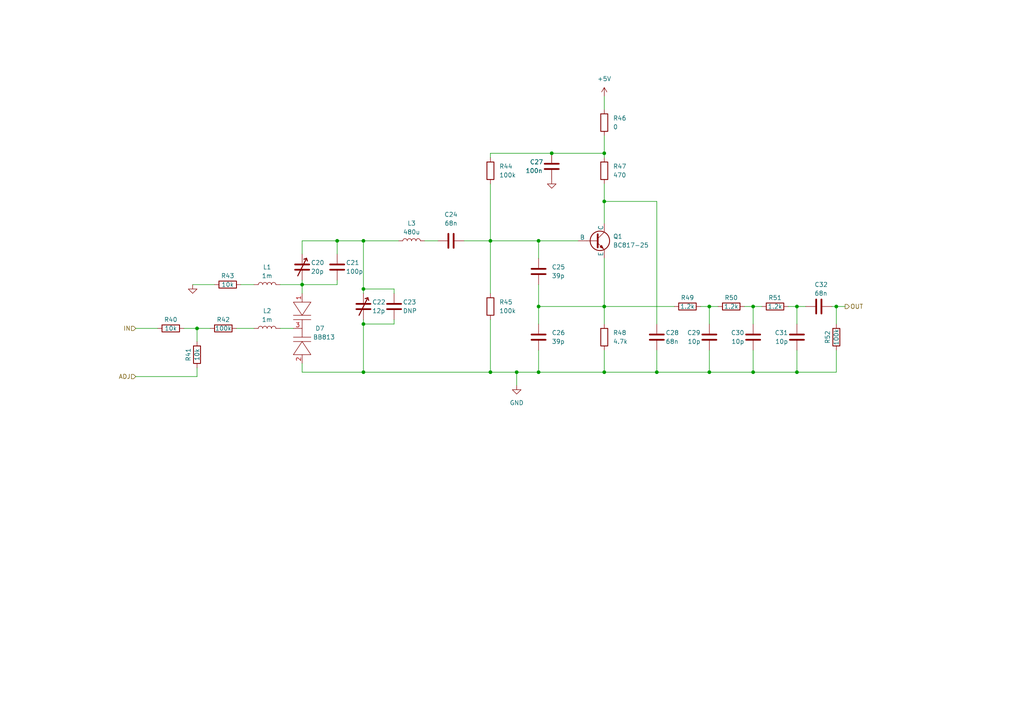
<source format=kicad_sch>
(kicad_sch (version 20230121) (generator eeschema)
  (paper "A4")
  (lib_symbols
    (symbol "Device:C" (pin_numbers hide) (pin_names (offset 0.254))
      (property "Reference" "C" (at 0.635 2.54 0))
      (property "Value" "C" (at 0.635 -2.54 0))
      (symbol "C_0_1"
        (polyline (pts (xy -2.032 -0.762) (xy 2.032 -0.762)) (stroke (width 0.508)))
        (polyline (pts (xy -2.032 0.762) (xy 2.032 0.762)) (stroke (width 0.508)))
      )
      (symbol "C_1_1"
        (pin passive line (at 0 3.81 270) (length 2.794) (name "~") (number "1"))
        (pin passive line (at 0 -3.81 90) (length 2.794) (name "~") (number "2"))
      )
    )
    (symbol "Device:C_Variable" (pin_numbers hide) (pin_names (offset 0.254) hide)
      (property "Reference" "C" (at 0.635 -1.905 0))
      (property "Value" "C_Variable" (at 0.635 -3.81 0))
      (symbol "C_Variable_0_1"
        (polyline (pts (xy -2.032 -0.762) (xy 2.032 -0.762)) (stroke (width 0.508)))
        (polyline (pts (xy -2.032 0.762) (xy 2.032 0.762)) (stroke (width 0.508)))
        (polyline (pts (xy 1.27 2.54) (xy -1.27 -2.54)) (stroke (width 0.3048)))
        (polyline (pts (xy 1.27 2.54) (xy 0.508 2.286)) (stroke (width 0.3048)))
        (polyline (pts (xy 1.27 2.54) (xy 1.524 1.778)) (stroke (width 0.3048)))
      )
      (symbol "C_Variable_1_1"
        (pin passive line (at 0 3.81 270) (length 3.048) (name "~") (number "1"))
        (pin passive line (at 0 -3.81 90) (length 3.048) (name "~") (number "2"))
      )
    )
    (symbol "Device:L" (pin_numbers hide) (pin_names (offset 1.016) hide)
      (property "Reference" "L" (at -1.27 0 90))
      (property "Value" "L" (at 1.905 0 90))
      (symbol "L_0_1"
        (arc (start 0 -2.54) (mid 0.6323 -1.905) (end 0 -1.27))
        (arc (start 0 -1.27) (mid 0.6323 -0.635) (end 0 0))
        (arc (start 0 0) (mid 0.6323 0.635) (end 0 1.27))
        (arc (start 0 1.27) (mid 0.6323 1.905) (end 0 2.54))
      )
      (symbol "L_1_1"
        (pin passive line (at 0 3.81 270) (length 1.27) (name "1") (number "1"))
        (pin passive line (at 0 -3.81 90) (length 1.27) (name "2") (number "2"))
      )
    )
    (symbol "Device:R" (pin_numbers hide) (pin_names (offset 0))
      (property "Reference" "R" (at 2.032 0 90))
      (property "Value" "R" (at 0 0 90))
      (symbol "R_0_1"
        (rectangle (start -1.016 -2.54) (end 1.016 2.54) (stroke (width 0.254)))
      )
      (symbol "R_1_1"
        (pin passive line (at 0 3.81 270) (length 1.27) (name "~") (number "1"))
        (pin passive line (at 0 -3.81 90) (length 1.27) (name "~") (number "2"))
      )
    )
    (symbol "Simulation_SPICE:NPN" (pin_numbers hide) (pin_names (offset 0))
      (property "Reference" "Q" (at -2.54 7.62 0))
      (property "Value" "NPN" (at -2.54 5.08 0))
      (symbol "NPN_0_1"
        (polyline (pts (xy -2.54 0) (xy 0.635 0)) (stroke (width 0.1524)))
        (polyline (pts (xy 0.635 0.635) (xy 2.54 2.54)))
        (polyline (pts (xy 2.794 -1.27) (xy 2.794 -1.27)) (stroke (width 0.1524)))
        (polyline (pts (xy 2.794 -1.27) (xy 2.794 -1.27)) (stroke (width 0.1524)))
        (polyline (pts (xy 0.635 -0.635) (xy 2.54 -2.54) (xy 2.54 -2.54)))
        (polyline (pts (xy 0.635 1.905) (xy 0.635 -1.905) (xy 0.635 -1.905)) (stroke (width 0.508)))
        (polyline (pts (xy 1.27 -1.778) (xy 1.778 -1.27) (xy 2.286 -2.286) (xy 1.27 -1.778) (xy 1.27 -1.778)) (fill (type outline)))
        (circle (center 1.27 0) (radius 2.8194) (stroke (width 0.254)))
      )
      (symbol "NPN_1_1"
        (pin open_collector line (at 2.54 5.08 270) (length 2.54) (name "C") (number "1"))
        (pin input line (at -5.08 0 0) (length 2.54) (name "B") (number "2"))
        (pin open_emitter line (at 2.54 -5.08 90) (length 2.54) (name "E") (number "3"))
      )
    )
    (symbol "_My_lib:BB814"
      (property "Reference" "D4" (at 0 0 90))
      (property "Value" "BB813" (at 2.54 2.54 90))
      (symbol "BB814_0_1"
        (polyline (pts (xy -3.81 -1.27) (xy -3.81 -6.35)))
        (polyline (pts (xy -2.54 -1.27) (xy -2.54 -6.35)))
        (polyline (pts (xy 2.54 -6.35) (xy 2.54 -1.27)))
        (polyline (pts (xy 2.54 -3.81) (xy -2.54 -3.81)))
        (polyline (pts (xy 3.81 -6.35) (xy 3.81 -1.27)))
        (polyline (pts (xy -7.62 -1.27) (xy -3.81 -3.81) (xy -7.62 -6.35) (xy -7.62 -1.27) (xy -7.62 -1.27)))
        (polyline (pts (xy 7.62 -6.35) (xy 3.81 -3.81) (xy 7.62 -1.27) (xy 7.62 -6.35) (xy 7.62 -6.35)))
      )
      (symbol "BB814_1_1"
        (pin input line (at -10.16 -3.81 0) (length 2.54) (name "") (number "1"))
        (pin input line (at 10.16 -3.81 180) (length 2.54) (name "") (number "2"))
        (pin input line (at 0 -6.35 90) (length 2.54) (name "") (number "3"))
      )
    )
    (symbol "power:+5V" (power) (pin_names (offset 0))
      (property "Value" "+5V" (at 0 3.556 0))
      (symbol "+5V_0_1"
        (polyline (pts (xy -0.762 1.27) (xy 0 2.54)))
        (polyline (pts (xy 0 0) (xy 0 2.54)))
        (polyline (pts (xy 0 2.54) (xy 0.762 1.27)))
      )
      (symbol "+5V_1_1"
        (pin power_in line (at 0 0 90) (length 0) hide (name "+5V") (number "1"))
      )
    )
    (symbol "power:GND" (power) (pin_names (offset 0))
      (property "Value" "GND" (at 0 -3.81 0))
      (symbol "GND_0_1"
        (polyline (pts (xy 0 0) (xy 0 -1.27) (xy 1.27 -1.27) (xy 0 -2.54) (xy -1.27 -1.27) (xy 0 -1.27)))
      )
      (symbol "GND_1_1"
        (pin power_in line (at 0 0 270) (length 0) hide (name "GND") (number "1"))
      )
    )
  )
  (junction (at 175.26 88.9))
  (junction (at 175.26 107.95))
  (junction (at 57.15 95.25))
  (junction (at 156.21 88.9))
  (junction (at 105.41 83.82))
  (junction (at 105.41 69.85))
  (junction (at 87.63 82.55))
  (junction (at 205.74 107.95))
  (junction (at 218.44 107.95))
  (junction (at 242.57 88.9))
  (junction (at 142.24 69.85))
  (junction (at 156.21 107.95))
  (junction (at 156.21 69.85))
  (junction (at 231.14 107.95))
  (junction (at 160.02 44.45))
  (junction (at 175.26 58.42))
  (junction (at 175.26 44.45))
  (junction (at 218.44 88.9))
  (junction (at 149.86 107.95))
  (junction (at 97.79 69.85))
  (junction (at 231.14 88.9))
  (junction (at 205.74 88.9))
  (junction (at 105.41 107.95))
  (junction (at 105.41 93.98))
  (junction (at 142.24 107.95))
  (junction (at 190.5 107.95))
  (wire (pts (xy 175.26 45.72) (xy 175.26 44.45)))
  (wire (pts (xy 175.26 88.9) (xy 195.58 88.9)))
  (wire (pts (xy 175.26 107.95) (xy 190.5 107.95)))
  (wire (pts (xy 57.15 95.25) (xy 57.15 99.06)))
  (wire (pts (xy 175.26 53.34) (xy 175.26 58.42)))
  (wire (pts (xy 97.79 73.66) (xy 97.79 69.85)))
  (wire (pts (xy 142.24 44.45) (xy 142.24 45.72)))
  (wire (pts (xy 205.74 107.95) (xy 190.5 107.95)))
  (wire (pts (xy 134.62 69.85) (xy 142.24 69.85)))
  (wire (pts (xy 73.66 95.25) (xy 68.58 95.25)))
  (wire (pts (xy 114.3 92.71) (xy 114.3 93.98)))
  (wire (pts (xy 57.15 95.25) (xy 53.34 95.25)))
  (wire (pts (xy 242.57 107.95) (xy 242.57 101.6)))
  (wire (pts (xy 105.41 93.98) (xy 105.41 107.95)))
  (wire (pts (xy 175.26 27.94) (xy 175.26 31.75)))
  (wire (pts (xy 175.26 88.9) (xy 175.26 93.98)))
  (wire (pts (xy 105.41 107.95) (xy 142.24 107.95)))
  (wire (pts (xy 55.88 82.55) (xy 62.23 82.55)))
  (wire (pts (xy 218.44 88.9) (xy 220.98 88.9)))
  (wire (pts (xy 87.63 107.95) (xy 105.41 107.95)))
  (wire (pts (xy 205.74 88.9) (xy 208.28 88.9)))
  (wire (pts (xy 149.86 107.95) (xy 156.21 107.95)))
  (wire (pts (xy 57.15 109.22) (xy 39.37 109.22)))
  (wire (pts (xy 231.14 107.95) (xy 242.57 107.95)))
  (wire (pts (xy 97.79 69.85) (xy 105.41 69.85)))
  (wire (pts (xy 105.41 69.85) (xy 105.41 83.82)))
  (wire (pts (xy 81.28 82.55) (xy 87.63 82.55)))
  (wire (pts (xy 205.74 107.95) (xy 218.44 107.95)))
  (wire (pts (xy 105.41 69.85) (xy 115.57 69.85)))
  (wire (pts (xy 228.6 88.9) (xy 231.14 88.9)))
  (wire (pts (xy 69.85 82.55) (xy 73.66 82.55)))
  (wire (pts (xy 205.74 107.95) (xy 205.74 101.6)))
  (wire (pts (xy 39.37 95.25) (xy 45.72 95.25)))
  (wire (pts (xy 231.14 88.9) (xy 233.68 88.9)))
  (wire (pts (xy 114.3 85.09) (xy 114.3 83.82)))
  (wire (pts (xy 175.26 39.37) (xy 175.26 44.45)))
  (wire (pts (xy 218.44 107.95) (xy 218.44 101.6)))
  (wire (pts (xy 142.24 92.71) (xy 142.24 107.95)))
  (wire (pts (xy 156.21 69.85) (xy 167.64 69.85)))
  (wire (pts (xy 105.41 93.98) (xy 114.3 93.98)))
  (wire (pts (xy 105.41 83.82) (xy 105.41 85.09)))
  (wire (pts (xy 218.44 107.95) (xy 231.14 107.95)))
  (wire (pts (xy 97.79 81.28) (xy 97.79 82.55)))
  (wire (pts (xy 87.63 73.66) (xy 87.63 69.85)))
  (wire (pts (xy 142.24 69.85) (xy 142.24 85.09)))
  (wire (pts (xy 142.24 69.85) (xy 156.21 69.85)))
  (wire (pts (xy 241.3 88.9) (xy 242.57 88.9)))
  (wire (pts (xy 242.57 88.9) (xy 245.11 88.9)))
  (wire (pts (xy 190.5 101.6) (xy 190.5 107.95)))
  (wire (pts (xy 231.14 107.95) (xy 231.14 101.6)))
  (wire (pts (xy 175.26 58.42) (xy 175.26 64.77)))
  (wire (pts (xy 105.41 83.82) (xy 114.3 83.82)))
  (wire (pts (xy 215.9 88.9) (xy 218.44 88.9)))
  (wire (pts (xy 87.63 81.28) (xy 87.63 82.55)))
  (wire (pts (xy 218.44 88.9) (xy 218.44 93.98)))
  (wire (pts (xy 175.26 74.93) (xy 175.26 88.9)))
  (wire (pts (xy 160.02 44.45) (xy 175.26 44.45)))
  (wire (pts (xy 60.96 95.25) (xy 57.15 95.25)))
  (wire (pts (xy 87.63 69.85) (xy 97.79 69.85)))
  (wire (pts (xy 105.41 92.71) (xy 105.41 93.98)))
  (wire (pts (xy 57.15 106.68) (xy 57.15 109.22)))
  (wire (pts (xy 123.19 69.85) (xy 127 69.85)))
  (wire (pts (xy 175.26 101.6) (xy 175.26 107.95)))
  (wire (pts (xy 190.5 93.98) (xy 190.5 58.42)))
  (wire (pts (xy 190.5 58.42) (xy 175.26 58.42)))
  (wire (pts (xy 142.24 53.34) (xy 142.24 69.85)))
  (wire (pts (xy 87.63 82.55) (xy 97.79 82.55)))
  (wire (pts (xy 156.21 88.9) (xy 175.26 88.9)))
  (wire (pts (xy 231.14 88.9) (xy 231.14 93.98)))
  (wire (pts (xy 142.24 107.95) (xy 149.86 107.95)))
  (wire (pts (xy 156.21 88.9) (xy 156.21 93.98)))
  (wire (pts (xy 242.57 88.9) (xy 242.57 93.98)))
  (wire (pts (xy 156.21 107.95) (xy 156.21 101.6)))
  (wire (pts (xy 156.21 107.95) (xy 175.26 107.95)))
  (wire (pts (xy 205.74 88.9) (xy 205.74 93.98)))
  (wire (pts (xy 142.24 44.45) (xy 160.02 44.45)))
  (wire (pts (xy 203.2 88.9) (xy 205.74 88.9)))
  (wire (pts (xy 87.63 105.41) (xy 87.63 107.95)))
  (wire (pts (xy 156.21 69.85) (xy 156.21 74.93)))
  (wire (pts (xy 87.63 82.55) (xy 87.63 85.09)))
  (wire (pts (xy 156.21 82.55) (xy 156.21 88.9)))
  (wire (pts (xy 81.28 95.25) (xy 85.09 95.25)))
  (wire (pts (xy 149.86 107.95) (xy 149.86 111.76)))
  (hierarchical_label "ADJ" (shape input) (at 39.37 109.22 180))
  (hierarchical_label "OUT" (shape output) (at 245.11 88.9 0))
  (hierarchical_label "IN" (shape input) (at 39.37 95.25 180))
  (symbol (lib_id "Device:R") (at 242.57 97.79 180) (unit 1)
    (property "Reference" "R52" (at 240.03 97.79 90))
    (property "Value" "100k" (at 242.57 97.79 90))
    (property "Footprint" "Resistor_SMD:R_1206_3216Metric_Pad1.30x1.75mm_HandSolder" (effects hide))
    (instances (project "QCM_driver" (path "" (reference "R52") (unit 1)) (path "" (reference "R81") (unit 1))))
  )
  (symbol (lib_id "Device:C") (at 237.49 88.9 270) (unit 1)
    (property "Reference" "C32" (at 236.22 82.55 90) (effects (justify left)))
    (property "Value" "68n" (at 236.22 85.09 90) (effects (justify left)))
    (property "Footprint" "Capacitor_SMD:C_1206_3216Metric" (effects hide))
    (instances (project "QCM_driver" (path "" (reference "C32") (unit 1)) (path "" (reference "C57") (unit 1))))
  )
  (symbol (lib_id "Device:C") (at 160.02 48.26 0) (unit 1)
    (property "Reference" "C27" (at 153.67 46.99 0) (effects (justify left)))
    (property "Value" "100n" (at 152.4 49.53 0) (effects (justify left)))
    (property "Footprint" "Capacitor_SMD:C_1206_3216Metric" (effects hide))
    (instances (project "QCM_driver" (path "" (reference "C27") (unit 1)) (path "" (reference "C52") (unit 1))))
  )
  (symbol (lib_id "Device:R") (at 142.24 49.53 0) (unit 1)
    (property "Reference" "R44" (at 144.78 48.26 0) (effects (justify left)))
    (property "Value" "100k" (at 144.78 50.8 0) (effects (justify left)))
    (property "Footprint" "Resistor_SMD:R_1206_3216Metric_Pad1.30x1.75mm_HandSolder" (effects hide))
    (instances (project "QCM_driver" (path "" (reference "R44") (unit 1)) (path "" (reference "R73") (unit 1))))
  )
  (symbol (lib_id "Device:C_Variable") (at 105.41 88.9 0) (unit 1)
    (property "Reference" "C22" (at 107.95 87.63 0) (effects (justify left)))
    (property "Value" "12p" (at 107.95 90.17 0) (effects (justify left)))
    (property "Footprint" "lib:Trimmer Cap 6mm" (effects hide))
    (instances (project "QCM_driver" (path "" (reference "C22") (unit 1)) (path "" (reference "C47") (unit 1))))
  )
  (symbol (lib_id "Device:R") (at 49.53 95.25 90) (unit 1)
    (property "Reference" "R40" (at 49.53 92.71 90))
    (property "Value" "10k" (at 49.53 95.25 90))
    (property "Footprint" "Resistor_SMD:R_1206_3216Metric_Pad1.30x1.75mm_HandSolder" (effects hide))
    (instances (project "QCM_driver" (path "" (reference "R40") (unit 1)) (path "" (reference "R69") (unit 1))))
  )
  (symbol (lib_id "Device:L") (at 77.47 95.25 90) (unit 1)
    (property "Reference" "L2" (at 77.47 90.17 90))
    (property "Value" "1m" (at 77.47 92.71 90))
    (property "Footprint" "Inductor_SMD:L_12x12mm_H8mm" (effects hide))
    (instances (project "QCM_driver" (path "" (reference "L2") (unit 1)) (path "" (reference "L5") (unit 1))))
  )
  (symbol (lib_id "Device:R") (at 175.26 49.53 0) (unit 1)
    (property "Reference" "R47" (at 177.8 48.26 0) (effects (justify left)))
    (property "Value" "470" (at 177.8 50.8 0) (effects (justify left)))
    (property "Footprint" "Resistor_SMD:R_1206_3216Metric_Pad1.30x1.75mm_HandSolder" (effects hide))
    (instances (project "QCM_driver" (path "" (reference "R47") (unit 1)) (path "" (reference "R76") (unit 1))))
  )
  (symbol (lib_id "power:GND") (at 160.02 52.07 0) (unit 1)
    (property "Reference" "#PWR032" (effects hide))
    (property "Value" "GND" (effects hide))
    (instances (project "QCM_driver" (path "" (reference "#PWR032") (unit 1)) (path "" (reference "#PWR048") (unit 1))))
  )
  (symbol (lib_id "Device:R") (at 199.39 88.9 90) (unit 1)
    (property "Reference" "R49" (at 199.39 86.36 90))
    (property "Value" "1.2k" (at 199.39 88.9 90))
    (property "Footprint" "Resistor_SMD:R_1206_3216Metric_Pad1.30x1.75mm_HandSolder" (effects hide))
    (instances (project "QCM_driver" (path "" (reference "R49") (unit 1)) (path "" (reference "R78") (unit 1))))
  )
  (symbol (lib_id "Device:C") (at 205.74 97.79 180) (unit 1)
    (property "Reference" "C29" (at 203.2 96.52 0) (effects (justify left)))
    (property "Value" "10p" (at 203.2 99.06 0) (effects (justify left)))
    (property "Footprint" "Capacitor_SMD:C_1206_3216Metric" (effects hide))
    (instances (project "QCM_driver" (path "" (reference "C29") (unit 1)) (path "" (reference "C54") (unit 1))))
  )
  (symbol (lib_id "Device:R") (at 175.26 35.56 0) (unit 1)
    (property "Reference" "R46" (at 177.8 34.29 0) (effects (justify left)))
    (property "Value" "0" (at 177.8 36.83 0) (effects (justify left)))
    (property "Footprint" "Resistor_SMD:R_1206_3216Metric_Pad1.30x1.75mm_HandSolder" (effects hide))
    (instances (project "QCM_driver" (path "" (reference "R46") (unit 1)) (path "" (reference "R75") (unit 1))))
  )
  (symbol (lib_id "Simulation_SPICE:NPN") (at 172.72 69.85 0) (unit 1)
    (property "Reference" "Q1" (at 177.8 68.58 0) (effects (justify left)))
    (property "Value" "BC817-25" (at 177.8 71.12 0) (effects (justify left)))
    (property "Footprint" "Package_TO_SOT_SMD:SOT-23" (effects hide))
    (property "Sim.Device" "NPN" (effects hide))
    (property "Sim.Type" "GUMMELPOON" (effects hide))
    (property "Sim.Pins" "1=C 2=B 3=E" (effects hide))
    (instances (project "QCM_driver" (path "" (reference "Q1") (unit 1)) (path "" (reference "Q2") (unit 1))))
  )
  (symbol (lib_id "Device:C") (at 97.79 77.47 180) (unit 1)
    (property "Reference" "C21" (at 100.33 76.2 0) (effects (justify right)))
    (property "Value" "100p" (at 100.33 78.74 0) (effects (justify right)))
    (property "Footprint" "Capacitor_SMD:C_1206_3216Metric" (effects hide))
    (instances (project "QCM_driver" (path "" (reference "C21") (unit 1)) (path "" (reference "C46") (unit 1))))
  )
  (symbol (lib_id "Device:L") (at 77.47 82.55 90) (unit 1)
    (property "Reference" "L1" (at 77.47 77.47 90))
    (property "Value" "1m" (at 77.47 80.01 90))
    (property "Footprint" "Inductor_SMD:L_12x12mm_H8mm" (effects hide))
    (instances (project "QCM_driver" (path "" (reference "L1") (unit 1)) (path "" (reference "L4") (unit 1))))
  )
  (symbol (lib_id "Device:C") (at 190.5 97.79 180) (unit 1)
    (property "Reference" "C28" (at 193.04 96.52 0) (effects (justify right)))
    (property "Value" "68n" (at 193.04 99.06 0) (effects (justify right)))
    (property "Footprint" "Capacitor_SMD:C_1206_3216Metric" (effects hide))
    (instances (project "QCM_driver" (path "" (reference "C28") (unit 1)) (path "" (reference "C53") (unit 1))))
  )
  (symbol (lib_id "power:GND") (at 55.88 82.55 0) (unit 1)
    (property "Reference" "#PWR030" (effects hide))
    (property "Value" "GND" (effects hide))
    (instances (project "QCM_driver" (path "" (reference "#PWR030") (unit 1)) (path "" (reference "#PWR046") (unit 1))))
  )
  (symbol (lib_id "Device:L") (at 119.38 69.85 90) (unit 1)
    (property "Reference" "L3" (at 119.38 64.77 90))
    (property "Value" "480u" (at 119.38 67.31 90))
    (property "Footprint" "Inductor_SMD:L_12x12mm_H8mm" (effects hide))
    (instances (project "QCM_driver" (path "" (reference "L3") (unit 1)) (path "" (reference "L6") (unit 1))))
  )
  (symbol (lib_id "Device:C") (at 114.3 88.9 180) (unit 1)
    (property "Reference" "C23" (at 116.84 87.63 0) (effects (justify right)))
    (property "Value" "DNP" (at 116.84 90.17 0) (effects (justify right)))
    (property "Footprint" "Capacitor_SMD:C_1206_3216Metric" (effects hide))
    (instances (project "QCM_driver" (path "" (reference "C23") (unit 1)) (path "" (reference "C48") (unit 1))))
  )
  (symbol (lib_id "Device:R") (at 212.09 88.9 90) (unit 1)
    (property "Reference" "R50" (at 212.09 86.36 90))
    (property "Value" "1.2k" (at 212.09 88.9 90))
    (property "Footprint" "Resistor_SMD:R_1206_3216Metric_Pad1.30x1.75mm_HandSolder" (effects hide))
    (instances (project "QCM_driver" (path "" (reference "R50") (unit 1)) (path "" (reference "R79") (unit 1))))
  )
  (symbol (lib_id "Device:R") (at 175.26 97.79 0) (unit 1)
    (property "Reference" "R48" (at 177.8 96.52 0) (effects (justify left)))
    (property "Value" "4.7k" (at 177.8 99.06 0) (effects (justify left)))
    (property "Footprint" "Resistor_SMD:R_1206_3216Metric_Pad1.30x1.75mm_HandSolder" (effects hide))
    (instances (project "QCM_driver" (path "" (reference "R48") (unit 1)) (path "" (reference "R77") (unit 1))))
  )
  (symbol (lib_id "Device:C") (at 156.21 78.74 180) (unit 1)
    (property "Reference" "C25" (at 160.02 77.47 0) (effects (justify right)))
    (property "Value" "39p" (at 160.02 80.01 0) (effects (justify right)))
    (property "Footprint" "Capacitor_SMD:C_1206_3216Metric" (effects hide))
    (instances (project "QCM_driver" (path "" (reference "C25") (unit 1)) (path "" (reference "C50") (unit 1))))
  )
  (symbol (lib_id "Device:C") (at 130.81 69.85 90) (unit 1)
    (property "Reference" "C24" (at 130.81 62.23 90))
    (property "Value" "68n" (at 130.81 64.77 90))
    (property "Footprint" "Capacitor_SMD:C_1206_3216Metric" (effects hide))
    (instances (project "QCM_driver" (path "" (reference "C24") (unit 1)) (path "" (reference "C49") (unit 1))))
  )
  (symbol (lib_id "Device:C") (at 156.21 97.79 180) (unit 1)
    (property "Reference" "C26" (at 160.02 96.52 0) (effects (justify right)))
    (property "Value" "39p" (at 160.02 99.06 0) (effects (justify right)))
    (property "Footprint" "Capacitor_SMD:C_1206_3216Metric" (effects hide))
    (instances (project "QCM_driver" (path "" (reference "C26") (unit 1)) (path "" (reference "C51") (unit 1))))
  )
  (symbol (lib_id "Device:R") (at 224.79 88.9 90) (unit 1)
    (property "Reference" "R51" (at 224.79 86.36 90))
    (property "Value" "1.2k" (at 224.79 88.9 90))
    (property "Footprint" "Resistor_SMD:R_1206_3216Metric_Pad1.30x1.75mm_HandSolder" (effects hide))
    (instances (project "QCM_driver" (path "" (reference "R51") (unit 1)) (path "" (reference "R80") (unit 1))))
  )
  (symbol (lib_id "power:GND") (at 149.86 111.76 0) (unit 1)
    (property "Reference" "#PWR031" (effects hide))
    (property "Value" "GND" (at 149.86 116.84 0))
    (instances (project "QCM_driver" (path "" (reference "#PWR031") (unit 1)) (path "" (reference "#PWR047") (unit 1))))
  )
  (symbol (lib_id "Device:C_Variable") (at 87.63 77.47 0) (unit 1)
    (property "Reference" "C20" (at 90.17 76.2 0) (effects (justify left)))
    (property "Value" "20p" (at 90.17 78.74 0) (effects (justify left)))
    (property "Footprint" "lib:Trimmer Cap 6mm" (effects hide))
    (instances (project "QCM_driver" (path "" (reference "C20") (unit 1)) (path "" (reference "C45") (unit 1))))
  )
  (symbol (lib_id "power:+5V") (at 175.26 27.94 0) (unit 1)
    (property "Reference" "#PWR033" (effects hide))
    (property "Value" "+5V" (at 175.26 22.86 0))
    (instances (project "QCM_driver" (path "" (reference "#PWR033") (unit 1)) (path "" (reference "#PWR049") (unit 1))))
  )
  (symbol (lib_id "Device:R") (at 64.77 95.25 90) (unit 1)
    (property "Reference" "R42" (at 64.77 92.71 90))
    (property "Value" "100k" (at 64.77 95.25 90))
    (property "Footprint" "Resistor_SMD:R_1206_3216Metric_Pad1.30x1.75mm_HandSolder" (effects hide))
    (instances (project "QCM_driver" (path "" (reference "R42") (unit 1)) (path "" (reference "R71") (unit 1))))
  )
  (symbol (lib_id "Device:R") (at 142.24 88.9 0) (unit 1)
    (property "Reference" "R45" (at 144.78 87.63 0) (effects (justify left)))
    (property "Value" "100k" (at 144.78 90.17 0) (effects (justify left)))
    (property "Footprint" "Resistor_SMD:R_1206_3216Metric_Pad1.30x1.75mm_HandSolder" (effects hide))
    (instances (project "QCM_driver" (path "" (reference "R45") (unit 1)) (path "" (reference "R74") (unit 1))))
  )
  (symbol (lib_id "Device:C") (at 218.44 97.79 180) (unit 1)
    (property "Reference" "C30" (at 215.9 96.52 0) (effects (justify left)))
    (property "Value" "10p" (at 215.9 99.06 0) (effects (justify left)))
    (property "Footprint" "Capacitor_SMD:C_1206_3216Metric" (effects hide))
    (instances (project "QCM_driver" (path "" (reference "C30") (unit 1)) (path "" (reference "C55") (unit 1))))
  )
  (symbol (lib_id "Device:R") (at 57.15 102.87 180) (unit 1)
    (property "Reference" "R41" (at 54.61 102.87 90))
    (property "Value" "10k" (at 57.15 102.87 90))
    (property "Footprint" "Resistor_SMD:R_1206_3216Metric_Pad1.30x1.75mm_HandSolder" (effects hide))
    (instances (project "QCM_driver" (path "" (reference "R41") (unit 1)) (path "" (reference "R70") (unit 1))))
  )
  (symbol (lib_id "Device:C") (at 231.14 97.79 180) (unit 1)
    (property "Reference" "C31" (at 228.6 96.52 0) (effects (justify left)))
    (property "Value" "10p" (at 228.6 99.06 0) (effects (justify left)))
    (property "Footprint" "Capacitor_SMD:C_1206_3216Metric" (effects hide))
    (instances (project "QCM_driver" (path "" (reference "C31") (unit 1)) (path "" (reference "C56") (unit 1))))
  )
  (symbol (lib_id "Device:R") (at 66.04 82.55 90) (unit 1)
    (property "Reference" "R43" (at 66.04 80.01 90))
    (property "Value" "10k" (at 66.04 82.55 90))
    (property "Footprint" "Resistor_SMD:R_1206_3216Metric_Pad1.30x1.75mm_HandSolder" (effects hide))
    (instances (project "QCM_driver" (path "" (reference "R43") (unit 1)) (path "" (reference "R72") (unit 1))))
  )
  (symbol (lib_id "_My_lib:BB814") (at 91.44 95.25 270) (unit 1)
    (property "Reference" "D7" (at 91.44 95.25 90) (effects (justify left)))
    (property "Value" "BB813" (at 93.98 97.79 90))
    (property "Footprint" "Package_TO_SOT_SMD:SOT-23" (effects hide))
    (instances (project "QCM_driver" (path "" (reference "D7") (unit 1)) (path "" (reference "D8") (unit 1))))
  )
)
</source>
